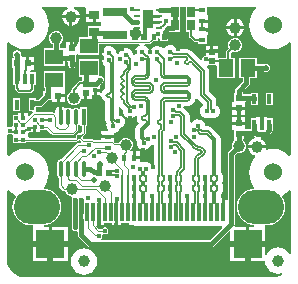
<source format=gtl>
G04*
G04 #@! TF.GenerationSoftware,Altium Limited,Altium Designer,23.8.1 (32)*
G04*
G04 Layer_Physical_Order=1*
G04 Layer_Color=255*
%FSLAX44Y44*%
%MOMM*%
G71*
G04*
G04 #@! TF.SameCoordinates,2B8CACFB-8808-4C00-8352-55F1F9CD23E6*
G04*
G04*
G04 #@! TF.FilePolarity,Positive*
G04*
G01*
G75*
%ADD11C,0.2000*%
%ADD14R,0.3500X0.3500*%
%ADD15O,0.3500X1.4000*%
%ADD16R,0.3500X1.4000*%
%ADD17R,0.5200X0.5200*%
%ADD18R,0.5500X0.4500*%
%ADD19R,0.3500X0.3500*%
%ADD21R,0.5000X0.2800*%
%ADD22R,0.9000X1.6000*%
%ADD23R,0.7000X0.9000*%
%ADD24R,0.4500X0.5500*%
%ADD25R,2.0000X0.8000*%
%ADD26R,1.5000X1.3000*%
%ADD27R,1.3000X1.5000*%
G04:AMPARAMS|DCode=28|XSize=0.2mm|YSize=0.565mm|CornerRadius=0.05mm|HoleSize=0mm|Usage=FLASHONLY|Rotation=180.000|XOffset=0mm|YOffset=0mm|HoleType=Round|Shape=RoundedRectangle|*
%AMROUNDEDRECTD28*
21,1,0.2000,0.4650,0,0,180.0*
21,1,0.1000,0.5650,0,0,180.0*
1,1,0.1000,-0.0500,0.2325*
1,1,0.1000,0.0500,0.2325*
1,1,0.1000,0.0500,-0.2325*
1,1,0.1000,-0.0500,-0.2325*
%
%ADD28ROUNDEDRECTD28*%
G04:AMPARAMS|DCode=29|XSize=0.4mm|YSize=0.565mm|CornerRadius=0.05mm|HoleSize=0mm|Usage=FLASHONLY|Rotation=180.000|XOffset=0mm|YOffset=0mm|HoleType=Round|Shape=RoundedRectangle|*
%AMROUNDEDRECTD29*
21,1,0.4000,0.4650,0,0,180.0*
21,1,0.3000,0.5650,0,0,180.0*
1,1,0.1000,-0.1500,0.2325*
1,1,0.1000,0.1500,0.2325*
1,1,0.1000,0.1500,-0.2325*
1,1,0.1000,-0.1500,-0.2325*
%
%ADD29ROUNDEDRECTD29*%
%ADD30R,0.6200X0.6200*%
%ADD31R,0.6200X0.6200*%
%ADD32R,0.9000X0.7000*%
%ADD33R,0.5200X0.5200*%
%ADD34R,0.3200X0.3600*%
%ADD35R,0.3000X1.6000*%
%ADD36R,2.4000X2.4000*%
%ADD37R,2.4000X2.4000*%
%ADD48C,1.0000*%
%ADD67C,0.1270*%
%ADD68R,0.4000X0.9000*%
%ADD69C,0.3810*%
%ADD70C,0.1020*%
%ADD71C,0.1016*%
%ADD72C,0.1524*%
%ADD73C,0.2540*%
%ADD74C,0.5000*%
%ADD75C,0.3800*%
%ADD76O,3.9000X2.9000*%
%ADD77C,1.5240*%
%ADD78C,0.4100*%
%ADD79C,0.5000*%
%ADD80C,0.4064*%
G36*
X-53540Y139540D02*
Y134770D01*
X-46500D01*
Y133500D01*
X-45230D01*
Y127460D01*
X-41000D01*
Y124000D01*
X-52000D01*
Y115000D01*
X-53270Y115000D01*
X-59500D01*
Y111554D01*
X-60360Y110640D01*
X-60770Y110640D01*
X-64230D01*
Y105500D01*
X-66770D01*
Y110640D01*
X-70640D01*
Y106380D01*
X-71510Y105470D01*
X-75462D01*
Y108733D01*
X-75025Y108913D01*
X-73337Y110601D01*
X-72424Y112807D01*
Y115194D01*
X-73337Y117399D01*
X-75025Y119087D01*
X-77230Y120000D01*
X-79617D01*
X-81822Y119087D01*
X-83510Y117399D01*
X-84424Y115194D01*
Y112807D01*
X-83510Y110601D01*
X-81822Y108913D01*
X-81385Y108733D01*
Y105470D01*
X-88510D01*
Y90470D01*
X-71510D01*
Y94538D01*
X-69100D01*
Y93900D01*
X-68462D01*
Y92336D01*
X-68550Y92123D01*
Y90910D01*
X-68086Y89789D01*
X-67228Y88931D01*
X-66107Y88467D01*
X-64893D01*
X-63772Y88931D01*
X-62914Y89789D01*
X-62450Y90910D01*
Y92123D01*
X-62538Y92336D01*
Y93900D01*
X-61900D01*
Y99462D01*
X-61002Y100360D01*
X-60621Y100360D01*
X-59500Y100000D01*
X-59239Y100000D01*
X-42500D01*
Y108866D01*
X-8250D01*
X-7997Y107596D01*
X-9319Y107048D01*
X-10968Y105399D01*
X-11860Y103246D01*
Y100914D01*
X-11801Y100772D01*
X-12878Y100053D01*
X-13746Y100921D01*
X-14532Y102819D01*
X-16181Y104468D01*
X-18334Y105360D01*
X-20666D01*
X-22819Y104468D01*
X-24468Y102819D01*
X-25278Y100864D01*
X-25986Y100634D01*
X-26630Y100601D01*
X-27087Y101285D01*
X-27087Y101285D01*
X-28140Y102338D01*
Y102798D01*
X-29032Y104952D01*
X-30681Y106600D01*
X-32834Y107492D01*
X-35166D01*
X-37319Y106600D01*
X-38968Y104952D01*
X-39860Y102798D01*
Y100467D01*
X-39084Y98593D01*
X-39860Y96718D01*
Y94387D01*
X-38968Y92233D01*
X-37319Y90585D01*
X-37110Y90498D01*
Y75223D01*
Y71096D01*
X-38874Y69917D01*
X-40137Y68027D01*
X-40290Y67255D01*
X-41560Y67380D01*
Y68730D01*
X-44430D01*
Y65660D01*
X-41804D01*
X-41560Y65660D01*
X-40468Y65231D01*
X-40137Y63567D01*
X-38874Y61677D01*
X-37110Y60498D01*
Y44355D01*
X-36765Y42621D01*
X-35873Y41285D01*
X-35966Y41059D01*
Y38728D01*
X-35074Y36574D01*
X-34893Y36393D01*
X-35379Y35220D01*
X-40364D01*
Y31700D01*
X-29784D01*
Y34034D01*
X-28941D01*
X-26787Y34926D01*
X-25138Y36574D01*
X-24565Y37959D01*
X-23181Y38532D01*
X-21532Y40181D01*
X-20640Y42334D01*
Y44666D01*
X-21532Y46819D01*
X-23181Y48468D01*
X-25334Y49360D01*
X-25759D01*
Y55684D01*
X-24495Y56070D01*
X-24490Y56070D01*
X-21779Y53360D01*
X-21860Y53166D01*
Y50834D01*
X-20968Y48681D01*
X-19319Y47032D01*
X-17166Y46140D01*
X-14834D01*
X-12681Y47032D01*
X-11199Y48514D01*
X-10375Y48286D01*
X-9995Y48059D01*
X-10130Y47380D01*
X-10113D01*
Y45730D01*
X-10130D01*
X-9721Y43674D01*
X-8556Y41931D01*
X-8549Y41860D01*
X-10282Y40127D01*
X-11265Y38657D01*
X-11610Y36923D01*
Y29355D01*
X-11265Y27620D01*
X-10373Y26285D01*
X-10466Y26059D01*
Y23728D01*
X-9574Y21574D01*
X-7926Y19926D01*
X-5772Y19034D01*
X-3441D01*
X-1287Y19926D01*
X362Y21574D01*
X935Y22959D01*
X2319Y23532D01*
X3055Y24268D01*
X4325Y23742D01*
Y5655D01*
X3055Y5402D01*
X2468Y6819D01*
X819Y8468D01*
X-1334Y9360D01*
X-3666D01*
X-5050Y8787D01*
X-6434Y9360D01*
X-7778D01*
Y11490D01*
X-12568D01*
Y12760D01*
X-13838D01*
Y18050D01*
X-15171D01*
X-15697Y19320D01*
X-14517Y20500D01*
X-13604Y22705D01*
Y25092D01*
X-14517Y27297D01*
X-16205Y28985D01*
X-18410Y29899D01*
X-20797D01*
X-23002Y28985D01*
X-24690Y27297D01*
X-25371Y25653D01*
X-29107D01*
X-29784Y26330D01*
Y29160D01*
X-40364D01*
Y27564D01*
X-46313D01*
X-47183Y28434D01*
X-48338Y28913D01*
X-55035D01*
X-55903Y29780D01*
X-55864Y29873D01*
Y31087D01*
X-55903Y31180D01*
X-54181Y32901D01*
X-53702Y34057D01*
Y39400D01*
X-52587D01*
Y55400D01*
X-58087D01*
Y54099D01*
X-58707Y53898D01*
X-59357Y53888D01*
X-59854Y54633D01*
X-60764Y55240D01*
X-61837Y55454D01*
X-62910Y55240D01*
X-63819Y54633D01*
X-64427Y53723D01*
X-64439Y53662D01*
X-65734D01*
X-65746Y53723D01*
X-66354Y54633D01*
X-67264Y55240D01*
X-68337Y55454D01*
X-69410Y55240D01*
X-69738Y55021D01*
X-71253Y55167D01*
X-71424Y55265D01*
X-71744Y55743D01*
X-73163Y56691D01*
X-73567Y56771D01*
Y47400D01*
X-76107D01*
Y56771D01*
X-76511Y56691D01*
X-77930Y55743D01*
X-78878Y54324D01*
X-79211Y52650D01*
Y51580D01*
X-80481Y50858D01*
X-81069Y51102D01*
X-94965D01*
X-95780Y52034D01*
X-95780Y52372D01*
Y55889D01*
X-92287D01*
X-91153Y56115D01*
X-90192Y56757D01*
X-85615Y61334D01*
X-82344D01*
Y59794D01*
X-77973D01*
Y65434D01*
X-76704D01*
Y66704D01*
X-71063D01*
Y71074D01*
X-71063D01*
X-71510Y71470D01*
Y86470D01*
X-88510D01*
Y71470D01*
X-88052D01*
Y69534D01*
X-89803D01*
Y65523D01*
X-93513Y61813D01*
X-95780D01*
Y63034D01*
X-101780D01*
Y52034D01*
X-98676D01*
X-98424Y50764D01*
X-98764Y50623D01*
X-101273Y48114D01*
X-102446Y48600D01*
Y50630D01*
X-105466D01*
Y46340D01*
X-108006D01*
Y50630D01*
X-111026D01*
Y49089D01*
X-115486D01*
Y44360D01*
X-115486Y43590D01*
X-115486D01*
X-115486Y43089D01*
X-115486D01*
Y39553D01*
X-116756Y38705D01*
X-116897Y38763D01*
X-118110D01*
X-118826Y38467D01*
X-119887Y38990D01*
X-120096Y39211D01*
Y109854D01*
X-118826Y110409D01*
X-116193Y108248D01*
X-112710Y106387D01*
X-108931Y105240D01*
X-105000Y104853D01*
X-101069Y105240D01*
X-97290Y106387D01*
X-93807Y108248D01*
X-90754Y110754D01*
X-88248Y113807D01*
X-86387Y117290D01*
X-85240Y121069D01*
X-84853Y125000D01*
X-85240Y128931D01*
X-86387Y132710D01*
X-88248Y136193D01*
X-90663Y139136D01*
X-90532Y139867D01*
X-90339Y140406D01*
X-69007D01*
X-68840Y139136D01*
X-68950Y139106D01*
X-70670Y138113D01*
X-72073Y136710D01*
X-73066Y134990D01*
X-73506Y133350D01*
X-66040D01*
X-58574D01*
X-59014Y134990D01*
X-60006Y136710D01*
X-61410Y138113D01*
X-63130Y139106D01*
X-63240Y139136D01*
X-63073Y140406D01*
X-54451D01*
X-53540Y139540D01*
D02*
G37*
G36*
X90532Y139867D02*
X90663Y139136D01*
X88248Y136193D01*
X86387Y132710D01*
X85240Y128931D01*
X84853Y125000D01*
X85240Y121069D01*
X86387Y117290D01*
X88248Y113807D01*
X90754Y110754D01*
X93807Y108248D01*
X97290Y106387D01*
X101069Y105240D01*
X105000Y104853D01*
X108930Y105240D01*
X112710Y106387D01*
X116193Y108248D01*
X118826Y110409D01*
X120096Y109854D01*
X120096Y15145D01*
X118826Y14591D01*
X116193Y16752D01*
X112710Y18613D01*
X108930Y19760D01*
X105000Y20147D01*
X101069Y19760D01*
X99739Y19356D01*
X98695Y20367D01*
X98792Y20730D01*
X91327D01*
X83861D01*
X84301Y19090D01*
X85293Y17370D01*
X86697Y15967D01*
X88417Y14974D01*
X89475Y14690D01*
X89938Y13252D01*
X88248Y11193D01*
X86387Y7710D01*
X85240Y3930D01*
X84853Y0D01*
X85240Y-3930D01*
X86387Y-7710D01*
X88248Y-11193D01*
X89027Y-12141D01*
X88541Y-13315D01*
X86961Y-13470D01*
X84040Y-14357D01*
X81347Y-15796D01*
X78987Y-17733D01*
X77050Y-20093D01*
X75611Y-22786D01*
X74724Y-25707D01*
X74425Y-28746D01*
X74724Y-31785D01*
X75611Y-34706D01*
X77050Y-37399D01*
X78987Y-39759D01*
X81347Y-41696D01*
X84040Y-43135D01*
X86961Y-44022D01*
X88772Y-44200D01*
X88709Y-45470D01*
X84770D01*
Y-58740D01*
X98040D01*
Y-45470D01*
X98040D01*
X98332Y-44321D01*
X100000D01*
X103039Y-44022D01*
X105960Y-43135D01*
X108653Y-41696D01*
X111013Y-39759D01*
X112950Y-37399D01*
X114389Y-34706D01*
X115276Y-31785D01*
X115575Y-28746D01*
X115276Y-25707D01*
X114389Y-22786D01*
X112950Y-20093D01*
X112704Y-19793D01*
X113175Y-18365D01*
X116193Y-16752D01*
X118826Y-14591D01*
X120096Y-15145D01*
X120096Y-68108D01*
X119521Y-68379D01*
X118826Y-68455D01*
X117184Y-66316D01*
X114860Y-64532D01*
X112154Y-63411D01*
X109250Y-63029D01*
X106346Y-63411D01*
X103639Y-64532D01*
X101316Y-66316D01*
X99532Y-68639D01*
X99310Y-69177D01*
X98040Y-68924D01*
Y-61280D01*
X84770D01*
Y-74550D01*
X98040D01*
X98040Y-74550D01*
X98222Y-75712D01*
X98411Y-77154D01*
X99532Y-79861D01*
X101316Y-82184D01*
X103639Y-83968D01*
X106346Y-85089D01*
X109250Y-85471D01*
X112154Y-85089D01*
X112462Y-84961D01*
X113006Y-86110D01*
X110792Y-87294D01*
X107953Y-88155D01*
X106236Y-88324D01*
X105000Y-88406D01*
Y-88406D01*
X104999Y-88406D01*
X-104999D01*
X-105000Y-88406D01*
Y-88406D01*
X-106236Y-88324D01*
X-107953Y-88155D01*
X-110792Y-87294D01*
X-113409Y-85895D01*
X-115703Y-84013D01*
X-117585Y-81719D01*
X-118984Y-79102D01*
X-119845Y-76263D01*
X-120123Y-73445D01*
X-120096Y-73310D01*
Y-15146D01*
X-118826Y-14591D01*
X-116193Y-16752D01*
X-113175Y-18365D01*
X-112704Y-19793D01*
X-112950Y-20093D01*
X-114389Y-22786D01*
X-115276Y-25707D01*
X-115575Y-28746D01*
X-115276Y-31785D01*
X-114389Y-34706D01*
X-112950Y-37399D01*
X-111013Y-39759D01*
X-108653Y-41696D01*
X-105960Y-43135D01*
X-103039Y-44022D01*
X-100000Y-44321D01*
X-98332D01*
X-98040Y-45470D01*
X-98040Y-45591D01*
Y-58740D01*
X-84770D01*
Y-45470D01*
X-88709D01*
X-88771Y-44200D01*
X-86961Y-44022D01*
X-84040Y-43135D01*
X-81347Y-41696D01*
X-78987Y-39759D01*
X-77050Y-37399D01*
X-75611Y-34706D01*
X-74724Y-31785D01*
X-74425Y-28746D01*
X-74724Y-25707D01*
X-75611Y-22786D01*
X-77050Y-20093D01*
X-78987Y-17733D01*
X-81347Y-15796D01*
X-84040Y-14357D01*
X-86961Y-13470D01*
X-88541Y-13315D01*
X-89027Y-12141D01*
X-88248Y-11193D01*
X-86387Y-7710D01*
X-85240Y-3930D01*
X-84853Y0D01*
X-85240Y3930D01*
X-86387Y7710D01*
X-88248Y11193D01*
X-90754Y14246D01*
X-93807Y16752D01*
X-97290Y18613D01*
X-101069Y19760D01*
X-105000Y20147D01*
X-108931Y19760D01*
X-112710Y18613D01*
X-116193Y16752D01*
X-118826Y14591D01*
X-120096Y15146D01*
Y32216D01*
X-119887Y32436D01*
X-118826Y32960D01*
X-118110Y32663D01*
X-116897D01*
X-116579Y32795D01*
X-115985Y32448D01*
X-115309Y31458D01*
Y30958D01*
X-115309D01*
Y25458D01*
X-109809D01*
Y25458D01*
X-109279D01*
Y25458D01*
X-103779D01*
Y26338D01*
X-61469D01*
X-60313Y26816D01*
X-59647Y27482D01*
X-59521Y27430D01*
X-58307D01*
X-58214Y27469D01*
X-57366Y26621D01*
X-57892Y25351D01*
X-59769D01*
X-60923Y24873D01*
X-74423Y11372D01*
X-74837Y11454D01*
X-75910Y11240D01*
X-76819Y10633D01*
X-77427Y9723D01*
X-77641Y8650D01*
Y-1850D01*
X-77427Y-2923D01*
X-76819Y-3833D01*
X-76356Y-4142D01*
Y-10715D01*
X-75878Y-11869D01*
X-72699Y-15048D01*
X-71545Y-15526D01*
X-70934D01*
X-70202Y-17292D01*
X-68514Y-18980D01*
X-66309Y-19893D01*
X-65836D01*
X-65518Y-20337D01*
X-65179Y-21163D01*
X-65550Y-22060D01*
Y-23273D01*
X-65462Y-23486D01*
Y-45102D01*
X-65550Y-45315D01*
Y-46528D01*
X-65086Y-47649D01*
X-64228Y-48507D01*
X-63107Y-48972D01*
X-61893D01*
X-61665Y-48877D01*
X-61601Y-48879D01*
X-61534Y-48890D01*
X-61020Y-49127D01*
X-60406Y-49730D01*
Y-52555D01*
X-60181Y-53689D01*
X-59539Y-54650D01*
X-52094Y-62094D01*
X-51133Y-62737D01*
X-50000Y-62962D01*
X52750D01*
X53884Y-62737D01*
X54844Y-62094D01*
X67787Y-49152D01*
X68960Y-49638D01*
Y-58740D01*
X82230D01*
Y-45470D01*
X73038D01*
X72483Y-44718D01*
X72273Y-44200D01*
X72462Y-43250D01*
Y14775D01*
X74409Y16722D01*
X74757Y16579D01*
X77144D01*
X79349Y17492D01*
X81037Y19180D01*
X81950Y21385D01*
Y23772D01*
X81037Y25977D01*
X79534Y27480D01*
X79714Y28355D01*
X79923Y28750D01*
X80050D01*
Y31083D01*
X87813D01*
X88675Y31255D01*
X89532Y30486D01*
X89292Y29261D01*
X88417Y29026D01*
X86697Y28033D01*
X85293Y26630D01*
X84301Y24910D01*
X83861Y23270D01*
X91327D01*
X98793D01*
X98353Y24910D01*
X97360Y26630D01*
X95956Y28033D01*
X94520Y28863D01*
X94819Y30133D01*
X98703D01*
X99837Y30359D01*
X100798Y31001D01*
X103999Y34202D01*
X104532Y35000D01*
X105000D01*
Y46000D01*
X100040D01*
Y47540D01*
X96770D01*
Y40500D01*
X94230D01*
Y47540D01*
X90960D01*
Y46000D01*
X86000D01*
Y37007D01*
X81590D01*
Y40580D01*
X70310D01*
Y36210D01*
X71850D01*
Y28750D01*
X71977D01*
X72186Y28355D01*
X72366Y27480D01*
X70863Y25977D01*
X69950Y23772D01*
Y21385D01*
X70168Y20859D01*
X67406Y18096D01*
X66764Y17135D01*
X66538Y16002D01*
Y-22970D01*
X62810D01*
Y-21700D01*
X60675D01*
Y-18721D01*
X61107Y-18432D01*
X62060Y-17007D01*
X62394Y-15325D01*
Y-10675D01*
X62060Y-8993D01*
X61947Y-8825D01*
X62060Y-8657D01*
X62394Y-6975D01*
Y-2325D01*
X62060Y-643D01*
X61107Y782D01*
X60675Y1071D01*
Y28857D01*
X60675Y28857D01*
X60330Y30591D01*
X59348Y32062D01*
X59348Y32062D01*
X53205Y38205D01*
X51734Y39187D01*
X50000Y39532D01*
X47360D01*
Y41166D01*
X46468Y43319D01*
X44819Y44968D01*
X42666Y45860D01*
X40334D01*
X38181Y44968D01*
X36532Y43319D01*
X36318Y42802D01*
X35560Y42562D01*
X34318Y43458D01*
Y48130D01*
X34318Y48130D01*
X33973Y49864D01*
X32991Y51335D01*
X29528Y54798D01*
X28937Y55192D01*
X29323Y56462D01*
X31810D01*
X32111Y56522D01*
X33832Y56748D01*
X35717Y57529D01*
X37335Y58771D01*
X38577Y60389D01*
X39357Y62273D01*
X39418Y62733D01*
X40739Y63041D01*
X40795Y62957D01*
X45531Y58222D01*
X45581Y56968D01*
X43932Y55319D01*
X43040Y53166D01*
Y50834D01*
X43932Y48681D01*
X45581Y47032D01*
X47734Y46140D01*
X50066D01*
X51450Y46713D01*
X52834Y46140D01*
X55166D01*
X57319Y47032D01*
X58968Y48681D01*
X59860Y50834D01*
Y53166D01*
X58968Y55319D01*
X57319Y56968D01*
X57125Y57048D01*
Y60802D01*
X56780Y62536D01*
X55798Y64007D01*
X50818Y68986D01*
Y86447D01*
X50473Y88181D01*
X49491Y89652D01*
X49491Y89652D01*
X50038Y90900D01*
X56600D01*
X57500Y90007D01*
Y80500D01*
X72500D01*
Y97500D01*
X69039D01*
Y101155D01*
X70447Y102563D01*
X71807Y102000D01*
X74194D01*
X76399Y102914D01*
X78087Y104601D01*
X79000Y106806D01*
Y109193D01*
X78087Y111399D01*
X76399Y113087D01*
X74194Y114000D01*
X71807D01*
X69601Y113087D01*
X67913Y111399D01*
X67000Y109193D01*
Y106806D01*
X67563Y105447D01*
X65558Y103442D01*
X65116Y102780D01*
X64961Y102000D01*
Y97500D01*
X58140D01*
Y101230D01*
X47860D01*
Y99050D01*
X47393D01*
X46272Y98586D01*
X45414Y97728D01*
X44950Y96607D01*
Y95988D01*
X43680Y95462D01*
X35754Y103388D01*
X34284Y104370D01*
X32550Y104715D01*
X23251D01*
X22968Y105399D01*
X21319Y107048D01*
X19166Y107940D01*
X16834D01*
X14681Y107048D01*
X13032Y105399D01*
X13032Y105399D01*
X11663Y105413D01*
X10174Y106902D01*
X8020Y107794D01*
X5689D01*
X3535Y106902D01*
X1886Y105254D01*
X1159Y103498D01*
X994Y103410D01*
X-346Y103743D01*
X-1032Y105399D01*
X-2681Y107048D01*
X-4003Y107596D01*
X-3750Y108866D01*
X-0D01*
X1156Y109344D01*
X3061Y111250D01*
X7250D01*
Y113893D01*
X8198Y114093D01*
X8307D01*
X8419Y114139D01*
X8494Y114155D01*
X9750Y113316D01*
Y111250D01*
X16250D01*
Y115059D01*
X16307Y115345D01*
Y118115D01*
X17635Y119443D01*
X20405D01*
X20691Y119500D01*
X26500D01*
Y129230D01*
X26500Y130500D01*
X26500D01*
Y130500D01*
X26500D01*
Y140406D01*
X31500D01*
Y131770D01*
X31500Y130500D01*
X31500D01*
Y130500D01*
X31500D01*
Y119500D01*
X33961D01*
Y116000D01*
X34116Y115220D01*
X34558Y114558D01*
X37808Y111308D01*
X37808Y111308D01*
X38470Y110866D01*
X39250Y110711D01*
X41250D01*
Y109250D01*
X48750D01*
Y115750D01*
X49498Y116710D01*
X50290D01*
Y120230D01*
X45000D01*
Y122770D01*
X50290D01*
Y123710D01*
Y127230D01*
X45000D01*
Y129770D01*
X50290D01*
Y133290D01*
X49498D01*
X48750Y134250D01*
Y140406D01*
X90339D01*
X90532Y139867D01*
D02*
G37*
G36*
X-58707Y40902D02*
X-58087Y40700D01*
Y39400D01*
X-56971D01*
Y34734D01*
X-58214Y33491D01*
X-58307Y33530D01*
X-59521D01*
X-60642Y33066D01*
X-61500Y32208D01*
X-61964Y31087D01*
Y29873D01*
X-63137Y29606D01*
X-101097D01*
X-102239Y29918D01*
Y34041D01*
X-101076Y34300D01*
Y34300D01*
X-98056D01*
Y38590D01*
X-95516D01*
Y34300D01*
X-92496D01*
Y35840D01*
X-87686D01*
Y36046D01*
X-86416Y36572D01*
X-82740Y32896D01*
X-81584Y32418D01*
X-64418D01*
X-63262Y32896D01*
X-60681Y35477D01*
X-60202Y36633D01*
Y39935D01*
X-59854Y40167D01*
X-59357Y40912D01*
X-58707Y40902D01*
D02*
G37*
G36*
X-41230Y-44050D02*
X-38460D01*
Y-42510D01*
X-31540D01*
Y-44050D01*
X-28770D01*
Y-33510D01*
X-26230D01*
Y-44050D01*
X-23460D01*
Y-42510D01*
X-16540D01*
Y-44050D01*
X-12810D01*
Y-45320D01*
X61445D01*
X61971Y-46590D01*
X51523Y-57038D01*
X-40006D01*
X-40455Y-55768D01*
X-39914Y-55228D01*
X-39450Y-54107D01*
Y-52893D01*
X-39468Y-52851D01*
X-38496Y-51879D01*
X-38107Y-52040D01*
X-36893D01*
X-35772Y-51576D01*
X-34914Y-50718D01*
X-34450Y-49597D01*
Y-48383D01*
X-34914Y-47262D01*
X-35772Y-46404D01*
X-36893Y-45940D01*
X-38107D01*
X-39228Y-46404D01*
X-40086Y-47262D01*
X-40125Y-47358D01*
X-42334D01*
X-44468Y-45223D01*
X-43982Y-44050D01*
X-43770D01*
Y-33510D01*
X-41230D01*
Y-44050D01*
D02*
G37*
%LPC*%
G36*
X-47770Y132230D02*
X-53540D01*
Y127460D01*
X-47770D01*
Y132230D01*
D02*
G37*
G36*
X-58574Y130810D02*
X-64770D01*
Y124614D01*
X-63130Y125054D01*
X-61410Y126046D01*
X-60006Y127450D01*
X-59014Y129170D01*
X-58574Y130810D01*
D02*
G37*
G36*
X-67310D02*
X-73506D01*
X-73066Y129170D01*
X-72073Y127450D01*
X-70670Y126046D01*
X-68950Y125054D01*
X-67310Y124614D01*
Y130810D01*
D02*
G37*
G36*
X-97100Y98350D02*
X-101470D01*
Y93980D01*
X-97100D01*
Y98350D01*
D02*
G37*
G36*
X-42500Y96000D02*
X-59500D01*
Y81000D01*
X-56462D01*
Y79100D01*
X-57100D01*
Y78039D01*
X-58000D01*
X-58780Y77884D01*
X-59442Y77442D01*
X-65022Y71862D01*
X-65464Y71200D01*
X-65619Y70420D01*
Y68742D01*
X-66979Y68179D01*
X-68667Y66491D01*
X-69580Y64286D01*
Y61899D01*
X-68667Y59693D01*
X-66979Y58006D01*
X-64774Y57092D01*
X-62386D01*
X-60181Y58006D01*
X-58493Y59693D01*
X-57580Y61899D01*
Y62360D01*
X-54770D01*
Y67500D01*
X-52230D01*
Y62360D01*
X-48360D01*
Y65660D01*
X-46970D01*
Y70000D01*
X-45700D01*
Y71270D01*
X-41560D01*
Y74340D01*
X-41560Y74340D01*
X-41560D01*
X-41010Y75379D01*
X-40119Y76271D01*
X-39772Y76414D01*
X-38914Y77272D01*
X-38450Y78393D01*
Y79607D01*
X-38914Y80728D01*
X-39772Y81586D01*
X-40893Y82050D01*
X-42107D01*
X-42500Y82313D01*
Y96000D01*
D02*
G37*
G36*
X-111044Y103651D02*
X-112436D01*
X-113723Y103119D01*
X-114707Y102134D01*
X-115240Y100848D01*
Y99455D01*
X-114707Y98169D01*
X-114702Y98164D01*
Y96810D01*
X-115840D01*
Y88610D01*
X-114722D01*
Y85034D01*
X-114780D01*
Y74034D01*
X-113576D01*
Y71534D01*
X-113440Y70847D01*
X-113050Y70264D01*
X-111050Y68264D01*
X-110468Y67874D01*
X-109780Y67738D01*
X-100611D01*
X-99924Y67874D01*
X-99341Y68264D01*
X-97510Y70095D01*
X-97120Y70678D01*
X-96983Y71365D01*
Y74034D01*
X-95780D01*
Y85034D01*
X-100740D01*
Y86574D01*
X-99675Y87070D01*
X-97100D01*
Y91440D01*
X-102740D01*
Y92710D01*
X-104010D01*
Y98350D01*
X-107323D01*
X-108240Y99455D01*
X-108240Y99562D01*
Y100848D01*
X-108773Y102134D01*
X-109757Y103119D01*
X-111044Y103651D01*
D02*
G37*
G36*
X-71063Y64164D02*
X-75434D01*
Y59794D01*
X-71063D01*
Y64164D01*
D02*
G37*
G36*
X-108780Y63034D02*
X-114780D01*
Y52034D01*
X-108780D01*
Y63034D01*
D02*
G37*
G36*
X-7778Y18050D02*
X-11298D01*
Y14030D01*
X-7778D01*
Y18050D01*
D02*
G37*
G36*
X74270Y130466D02*
Y124270D01*
X80466D01*
X80026Y125910D01*
X79033Y127630D01*
X77630Y129033D01*
X75910Y130026D01*
X74270Y130466D01*
D02*
G37*
G36*
X71730Y130466D02*
X70090Y130026D01*
X68370Y129033D01*
X66967Y127630D01*
X65974Y125910D01*
X65534Y124270D01*
X71730D01*
Y130466D01*
D02*
G37*
G36*
X80466Y121730D02*
X74270D01*
Y115534D01*
X75910Y115974D01*
X77630Y116966D01*
X79033Y118370D01*
X80026Y120090D01*
X80466Y121730D01*
D02*
G37*
G36*
X71730D02*
X65534D01*
X65974Y120090D01*
X66967Y118370D01*
X68370Y116966D01*
X70090Y115974D01*
X71730Y115534D01*
Y121730D01*
D02*
G37*
G36*
X58140Y107640D02*
X54270D01*
Y103770D01*
X58140D01*
Y107640D01*
D02*
G37*
G36*
X51730D02*
X47860D01*
Y103770D01*
X51730D01*
Y107640D01*
D02*
G37*
G36*
X91500Y97500D02*
X76500D01*
Y80500D01*
X79538D01*
Y77227D01*
X73806Y71494D01*
X73164Y70533D01*
X72938Y69400D01*
Y67675D01*
X71800D01*
Y60215D01*
X70260D01*
Y55845D01*
X75900D01*
X81540D01*
Y60215D01*
X82645Y60613D01*
X86000D01*
Y57000D01*
X92000D01*
Y68000D01*
X86000D01*
Y66537D01*
X80319D01*
X80000Y67675D01*
D01*
X79634Y68945D01*
X84594Y73906D01*
X85237Y74866D01*
X85462Y76000D01*
Y80500D01*
X91500D01*
Y85938D01*
X97072D01*
X97077Y85933D01*
X98364Y85400D01*
X99756D01*
X101043Y85933D01*
X102027Y86917D01*
X102560Y88204D01*
Y89596D01*
X102027Y90883D01*
X101043Y91867D01*
X99756Y92400D01*
X98364D01*
X97077Y91867D01*
X97072Y91862D01*
X91500D01*
Y97500D01*
D02*
G37*
G36*
X105000Y68000D02*
X99000D01*
Y57000D01*
X105000D01*
Y68000D01*
D02*
G37*
G36*
X81540Y53305D02*
X77170D01*
Y48935D01*
X81540D01*
Y53305D01*
D02*
G37*
G36*
X74630D02*
X70260D01*
Y48935D01*
X74630D01*
Y53305D01*
D02*
G37*
G36*
X81590Y47490D02*
X77220D01*
Y43120D01*
X81590D01*
Y47490D01*
D02*
G37*
G36*
X74680D02*
X70310D01*
Y43120D01*
X74680D01*
Y47490D01*
D02*
G37*
G36*
X-68960Y-45470D02*
X-82230D01*
Y-58740D01*
X-68960D01*
Y-45470D01*
D02*
G37*
G36*
X82230Y-61280D02*
X68960D01*
Y-74550D01*
X82230D01*
Y-61280D01*
D02*
G37*
G36*
X-68960Y-61280D02*
X-82230D01*
Y-74550D01*
X-68960D01*
Y-61280D01*
D02*
G37*
G36*
X-84770D02*
X-98040D01*
Y-74550D01*
X-84770D01*
Y-61280D01*
D02*
G37*
G36*
X-55000Y-63779D02*
X-57904Y-64161D01*
X-60610Y-65282D01*
X-62934Y-67066D01*
X-64718Y-69390D01*
X-65839Y-72096D01*
X-66221Y-75000D01*
X-65839Y-77904D01*
X-64718Y-80611D01*
X-62934Y-82934D01*
X-60610Y-84718D01*
X-57904Y-85839D01*
X-55000Y-86221D01*
X-52096Y-85839D01*
X-49390Y-84718D01*
X-47066Y-82934D01*
X-45282Y-80611D01*
X-44161Y-77904D01*
X-43779Y-75000D01*
X-44161Y-72096D01*
X-45282Y-69390D01*
X-47066Y-67066D01*
X-49390Y-65282D01*
X-52096Y-64161D01*
X-55000Y-63779D01*
D02*
G37*
%LPD*%
D11*
X-32714Y1386D02*
X-27879D01*
X-34100Y0D02*
X-32714Y1386D01*
X-27879D02*
X-27478Y1788D01*
X-32500Y-1600D02*
X-29326D01*
X-28046Y-2880D02*
X-27478D01*
X-34100Y0D02*
X-32500Y-1600D01*
X-29326D02*
X-28046Y-2880D01*
X-104396Y91053D02*
X-102740Y92710D01*
X-105280Y86236D02*
X-104396Y87120D01*
Y91053D01*
X-105280Y79534D02*
Y86236D01*
X-22500Y-13000D02*
Y-6475D01*
X-63580Y61899D02*
Y70420D01*
X-58000Y76000D01*
X-22500Y-33510D02*
Y-13000D01*
X-97536Y37840D02*
X-96786Y38590D01*
X-99898Y37840D02*
X-97536D01*
X-100898Y36840D02*
X-99898Y37840D01*
X-101466Y36840D02*
X-100898D01*
X-106529Y34208D02*
X-104298Y36438D01*
X-101868D01*
X-101466Y36840D01*
X-11250Y119500D02*
X-9500D01*
X-12000D02*
X-11250D01*
Y122600D01*
Y115750D02*
Y119500D01*
X-12000Y115000D02*
X-11250Y115750D01*
X-10850Y123000D02*
X-10500D01*
X-11250Y122600D02*
X-10850Y123000D01*
X11200Y124600D02*
X11828D01*
X13648Y126420D02*
Y128098D01*
X8500Y123000D02*
X9600D01*
X11200Y124600D01*
X11828D02*
X13648Y126420D01*
Y128098D02*
X14050Y128500D01*
X-3000Y123500D02*
X-1000Y125500D01*
X51400Y95598D02*
X53000Y93998D01*
X48000Y96000D02*
X48402Y95598D01*
X53000Y93500D02*
Y93998D01*
X48402Y95598D02*
X51400D01*
X65000Y89000D02*
X67000Y91000D01*
Y102000D02*
X73000Y108000D01*
X67000Y91000D02*
Y102000D01*
X-58000Y76000D02*
X-54000D01*
X-53500Y75500D01*
X45000Y121500D02*
Y128500D01*
X36000Y116000D02*
Y125000D01*
X39250Y112750D02*
X44750D01*
X36000Y116000D02*
X39250Y112750D01*
X44750D02*
X45000Y112500D01*
X36000Y136000D02*
X37500Y137500D01*
X45000D01*
X-22500Y-6475D02*
Y-4716D01*
X-9250Y119750D02*
Y121500D01*
X-9500Y119500D02*
X-9250Y119750D01*
X-14275Y119500D02*
X-12000D01*
X60000Y83500D02*
Y94000D01*
X53000Y94500D02*
X59500D01*
X60000Y94000D01*
X-22500Y-6475D02*
X-22500Y-6475D01*
X-17500Y-13000D02*
Y-4650D01*
Y-14825D02*
X-17500Y-14825D01*
Y-33510D02*
Y-14825D01*
X-17500Y-14825D02*
Y-13000D01*
D14*
X-90436Y44590D02*
D03*
Y38590D02*
D03*
X-96786Y44590D02*
D03*
Y38590D02*
D03*
X-112559Y34208D02*
D03*
Y28208D02*
D03*
X-106529D02*
D03*
Y34208D02*
D03*
D15*
X-74837Y3400D02*
D03*
X-68337Y3400D02*
D03*
X-55337D02*
D03*
X-61837Y3400D02*
D03*
X-74837Y47400D02*
D03*
X-68337D02*
D03*
X-61837D02*
D03*
D16*
X-55337D02*
D03*
D17*
X-42100Y0D02*
D03*
X-34100D02*
D03*
X-4000Y115000D02*
D03*
X-12000D02*
D03*
D18*
X-35074Y21430D02*
D03*
Y30430D02*
D03*
X45000Y112500D02*
D03*
Y121500D02*
D03*
Y137500D02*
D03*
Y128500D02*
D03*
D19*
X-106736Y46340D02*
D03*
X-112736D02*
D03*
X-106736Y40340D02*
D03*
X-112736D02*
D03*
D21*
X-10500Y138000D02*
D03*
Y133000D02*
D03*
Y128000D02*
D03*
Y123000D02*
D03*
X8500Y138000D02*
D03*
Y133000D02*
D03*
Y128000D02*
D03*
Y123000D02*
D03*
D22*
X-1000Y130500D02*
D03*
D23*
X36000Y136000D02*
D03*
X22000D02*
D03*
X36000Y125000D02*
D03*
X22000D02*
D03*
D24*
X-21568Y12760D02*
D03*
X-12568D02*
D03*
X4000Y115000D02*
D03*
X13000D02*
D03*
D25*
X-28500Y116500D02*
D03*
Y136500D02*
D03*
D26*
X-80010Y78970D02*
D03*
Y97970D02*
D03*
X-51000Y107500D02*
D03*
Y88500D02*
D03*
D27*
X84000Y89000D02*
D03*
X65000D02*
D03*
D28*
X-2500Y-13000D02*
D03*
X-7500D02*
D03*
X-17500D02*
D03*
X-22500D02*
D03*
Y-4650D02*
D03*
X-17500D02*
D03*
X-7500D02*
D03*
X-2500D02*
D03*
X27500Y-13000D02*
D03*
X22500D02*
D03*
X12500D02*
D03*
X7500D02*
D03*
Y-4650D02*
D03*
X12500D02*
D03*
X22500D02*
D03*
X27500D02*
D03*
X57500Y-13000D02*
D03*
X52500D02*
D03*
X42500D02*
D03*
X37500D02*
D03*
Y-4650D02*
D03*
X42500D02*
D03*
X52500D02*
D03*
X57500D02*
D03*
D29*
X-12500Y-13000D02*
D03*
Y-4650D02*
D03*
X17500Y-13000D02*
D03*
Y-4650D02*
D03*
X47500Y-13000D02*
D03*
Y-4650D02*
D03*
D30*
X-76704Y65434D02*
D03*
X-85703D02*
D03*
X-102740Y92710D02*
D03*
X-111740D02*
D03*
D31*
X75900Y54575D02*
D03*
Y63575D02*
D03*
X75950Y41850D02*
D03*
Y32850D02*
D03*
D32*
X-46500Y119500D02*
D03*
Y133500D02*
D03*
D33*
X-65500Y105500D02*
D03*
Y97500D02*
D03*
X53000Y102500D02*
D03*
Y94500D02*
D03*
X-53500Y67500D02*
D03*
Y75500D02*
D03*
D34*
X-45700Y75600D02*
D03*
Y70000D02*
D03*
D35*
X-52500Y-33510D02*
D03*
X-7500D02*
D03*
X-2500D02*
D03*
X7500D02*
D03*
X12500D02*
D03*
X-17500D02*
D03*
X37500D02*
D03*
X42500D02*
D03*
X52500D02*
D03*
X57500D02*
D03*
X22500D02*
D03*
X27500D02*
D03*
X2500D02*
D03*
X62500D02*
D03*
X47500D02*
D03*
X-62500D02*
D03*
X-57500D02*
D03*
X-47500D02*
D03*
X-42500D02*
D03*
X-37500D02*
D03*
X-32500D02*
D03*
X-27500D02*
D03*
X-22500D02*
D03*
X-12500D02*
D03*
X17500D02*
D03*
X32500D02*
D03*
D36*
X83500Y-60010D02*
D03*
D37*
X-83500D02*
D03*
D48*
X75950Y22578D02*
D03*
X91327Y22000D02*
D03*
X-43180Y57150D02*
D03*
X-66040Y132080D02*
D03*
X73000Y123000D02*
D03*
X-78424Y114000D02*
D03*
X73000Y108000D02*
D03*
X-63580Y63092D02*
D03*
X-19604Y23899D02*
D03*
X-31500Y12392D02*
D03*
X-36830Y-11430D02*
D03*
X-65116Y-13894D02*
D03*
X109250Y-74250D02*
D03*
X-55000Y-75000D02*
D03*
D67*
X-3315Y79798D02*
X-800Y80839D01*
X241Y83354D01*
X-11368Y79798D02*
X-12320Y78846D01*
Y76942D02*
X-11368Y75990D01*
X3400Y72752D02*
X2452Y75041D01*
X162Y75990D01*
Y67610D02*
X2452Y68558D01*
X3400Y70848D01*
X-11368Y67610D02*
X-12320Y66658D01*
Y64754D02*
X-11368Y63802D01*
X241Y60246D02*
X-800Y62760D01*
X-3315Y63802D01*
Y82084D02*
X-2045Y83354D01*
X-11368Y82084D02*
X-13658Y81135D01*
X-14606Y78846D01*
Y76942D02*
X-13658Y74652D01*
X-11368Y73704D01*
X1114Y72752D02*
X162Y73704D01*
Y69896D02*
X1114Y70848D01*
X-11368Y69896D02*
X-13658Y68947D01*
X-14606Y66658D01*
Y64754D02*
X-13658Y62464D01*
X-11368Y61516D01*
X-2045Y60246D02*
X-3315Y61516D01*
X13770Y63280D02*
X11256Y62238D01*
X10214Y59724D01*
X31810Y63280D02*
X32826Y64296D01*
Y66326D02*
X31810Y67342D01*
X10021Y70644D02*
X10988Y68309D01*
X13322Y67342D01*
Y75976D02*
X10988Y75009D01*
X10021Y72674D01*
X31810Y75976D02*
X32826Y76992D01*
Y79022D02*
X31810Y80038D01*
X10214Y83594D02*
X11256Y81080D01*
X13770Y80038D01*
Y60994D02*
X12500Y59724D01*
X31810Y60994D02*
X34144Y61961D01*
X35111Y64296D01*
Y66326D02*
X34144Y68661D01*
X31810Y69628D01*
X12307Y70644D02*
X13322Y69628D01*
Y73690D02*
X12307Y72674D01*
X31810Y73690D02*
X34144Y74657D01*
X35111Y76992D01*
Y79022D02*
X34144Y81357D01*
X31810Y82324D01*
X12500Y83594D02*
X13770Y82324D01*
X36056Y93444D02*
X34260D01*
X31879Y92230D02*
X33045Y92230D01*
X30712Y94564D02*
Y93397D01*
X31926Y95778D02*
X31926Y97574D01*
X-22556Y82342D02*
X-21286Y83612D01*
X-22758Y82342D02*
X-24015Y81084D01*
Y80805D02*
X-22758Y79548D01*
X-21286Y78291D02*
X-22543Y79548D01*
Y76754D02*
X-21286Y78011D01*
X-22758Y76754D02*
X-24015Y75497D01*
Y75217D02*
X-22758Y73960D01*
X-21286Y72702D02*
X-22543Y73960D01*
Y71166D02*
X-21286Y72423D01*
X-22758Y71166D02*
X-24015Y69908D01*
Y69629D02*
X-22758Y68372D01*
X-21286Y67115D02*
X-22543Y68372D01*
Y65578D02*
X-21286Y66835D01*
X-22758Y65578D02*
X-24015Y64321D01*
Y64041D02*
X-22758Y62784D01*
X-21286Y61514D02*
X-22556Y62784D01*
X43048Y15745D02*
X40953Y15183D01*
X39418Y13649D01*
X38857Y11554D01*
X43048Y15745D02*
X44953Y17650D01*
Y17650D02*
X43048Y19555D01*
X37854Y21413D02*
X39913Y20038D01*
X42341Y19555D01*
X37854Y21413D02*
X37854Y21413D01*
X37850Y21417D02*
X37854Y21413D01*
X43048Y13459D02*
X41143Y11554D01*
X43048Y13459D02*
X45143Y14020D01*
X46677Y15554D01*
X47239Y17650D01*
Y17650D02*
X46677Y19745D01*
X45143Y21279D01*
X43048Y21841D01*
X39471Y23029D02*
X42341Y21841D01*
X39471Y23029D02*
X39466Y23034D01*
X-33847Y67067D02*
X-32578Y68337D01*
X-34753Y67067D02*
X-36023Y65797D01*
X-34753Y64527D01*
X-32578Y63257D02*
X-33847Y64527D01*
X8944Y44705D02*
X10214Y45975D01*
X8477Y44705D02*
X7652Y43880D01*
Y42230D02*
X8477Y41405D01*
X10214Y40135D02*
X8944Y41405D01*
X-3315Y48205D02*
X-2045Y49475D01*
X-4756Y48205D02*
X-5581Y47380D01*
Y45730D02*
X-4756Y44905D01*
X-2045Y43635D02*
X-3315Y44905D01*
X241Y83354D02*
Y96005D01*
X-11368Y79798D02*
X-3315D01*
X-12320Y76942D02*
Y78846D01*
X-11368Y75990D02*
X162D01*
X3400Y70848D02*
Y72752D01*
X-11368Y67610D02*
X162D01*
X-12320Y64754D02*
Y66658D01*
X-11368Y63802D02*
X-3315D01*
X241Y58467D02*
Y60246D01*
X-2450Y96005D02*
X-2045Y95601D01*
Y83354D02*
Y95601D01*
X-11368Y82084D02*
X-3315D01*
X-14606Y76942D02*
Y78846D01*
X-11368Y73704D02*
X162D01*
X1114Y70848D02*
Y72752D01*
X-11368Y69896D02*
X162D01*
X-14606Y64754D02*
Y66658D01*
X-11368Y61516D02*
X-3315D01*
X-2045Y58467D02*
Y60246D01*
X10214Y53500D02*
Y59724D01*
X13770Y63280D02*
X31810D01*
X32826Y64296D02*
Y66326D01*
X13322Y67342D02*
X31810D01*
X10021Y70644D02*
Y72674D01*
X13322Y75976D02*
X31810D01*
X32826Y76992D02*
Y79022D01*
X13770Y80038D02*
X31810D01*
X10214Y83594D02*
Y85372D01*
X12500Y53500D02*
Y59724D01*
X13770Y60994D02*
X31810D01*
X35111Y64296D02*
Y66326D01*
X13322Y69628D02*
X31810D01*
X12307Y70644D02*
Y72674D01*
X13322Y73690D02*
X31810D01*
X35111Y76992D02*
Y79022D01*
X13770Y82324D02*
X31810D01*
X12500Y83594D02*
Y85372D01*
X37352Y92148D02*
X37801Y91699D01*
X36056Y93444D02*
X37352Y92148D01*
X36056Y93444D02*
X36056Y93444D01*
X33045Y92230D02*
X34260Y93444D01*
X30712Y93397D02*
X31879Y92230D01*
X30712Y94564D02*
X31926Y95778D01*
X31603Y97897D02*
X31926Y97574D01*
X27897Y97897D02*
X31603D01*
X37801Y91699D02*
X44000Y85500D01*
X20159Y97897D02*
X27897D01*
X20159Y100183D02*
X32550D01*
X44000Y66162D02*
Y85500D01*
X32550Y100183D02*
X46286Y86447D01*
Y67109D02*
Y86447D01*
X241Y41008D02*
Y58467D01*
X-2045Y52000D02*
Y58467D01*
X-21286Y85714D02*
X-20721Y86279D01*
X-21286Y83612D02*
Y85714D01*
X-22758Y82342D02*
X-22556D01*
X-24015Y80805D02*
Y81084D01*
X-22758Y79548D02*
X-22543D01*
X-21286Y78011D02*
Y78291D01*
X-22758Y76754D02*
X-22543D01*
X-24015Y75217D02*
Y75497D01*
X-22758Y73960D02*
X-22543D01*
X-21286Y72423D02*
Y72702D01*
X-22758Y71166D02*
X-22543D01*
X-24015Y69629D02*
Y69908D01*
X-22758Y68372D02*
X-22543D01*
X-21286Y66835D02*
Y67115D01*
X-22758Y65578D02*
X-22543D01*
X-24015Y64041D02*
Y64321D01*
X-22758Y62784D02*
X-22556D01*
X-21286Y60879D02*
Y61514D01*
X-20721Y86279D02*
X-17971Y89029D01*
X-21286Y59276D02*
Y60879D01*
X38857Y2457D02*
Y11554D01*
X43048Y15745D02*
X43048D01*
X44953Y17650D02*
Y17650D01*
X42341Y19555D02*
X43048D01*
X35267Y24000D02*
X37850Y21417D01*
X41143Y2457D02*
Y11554D01*
X43048Y13459D02*
X43048D01*
X47239Y17650D02*
Y17650D01*
X42341Y21841D02*
X43048D01*
X38500Y24000D02*
X39466Y23034D01*
X38500Y24000D02*
X38500Y24000D01*
X38857Y-1716D02*
Y2457D01*
X27500Y31767D02*
X35267Y24000D01*
X41143Y-1716D02*
Y2457D01*
X29786Y32714D02*
X38500Y24000D01*
X-32578Y75223D02*
Y93393D01*
Y68337D02*
Y75223D01*
X-34753Y67067D02*
X-33847D01*
X-34753Y64527D02*
X-33847D01*
X-32578Y62622D02*
Y63257D01*
Y44355D02*
Y62622D01*
X56143Y-1716D02*
Y28857D01*
X43553Y32714D02*
X49053D01*
X53857Y27910D01*
Y-1716D02*
Y27910D01*
X50000Y35000D02*
X56143Y28857D01*
X44500Y35000D02*
X50000D01*
X41500Y40000D02*
X42027Y39473D01*
X37894Y36394D02*
X38431Y35857D01*
X40410D01*
X42027Y37473D02*
X44500Y35000D01*
X42027Y37473D02*
Y39473D01*
X40410Y35857D02*
X43553Y32714D01*
X-19500Y92790D02*
X-17971Y91261D01*
Y89029D02*
Y91261D01*
X-19500Y92790D02*
Y93420D01*
X-19000Y84767D02*
X-15685Y88082D01*
X-34000Y94816D02*
Y95553D01*
X-33844Y101632D02*
X-30292Y98080D01*
Y45302D02*
Y98080D01*
X-34000Y94816D02*
X-32578Y93393D01*
X-15685Y88082D02*
Y96451D01*
X-18734Y99500D02*
X-15685Y96451D01*
X-19500Y99500D02*
X-18734D01*
X-12925Y56138D02*
X-12394Y55606D01*
X-14915Y56138D02*
X-12925D01*
X-19000Y60223D02*
Y84767D01*
Y60223D02*
X-14915Y56138D01*
X-34000Y101632D02*
X-33844D01*
X46286Y67109D02*
X52593Y60802D01*
X50307Y54159D02*
Y59855D01*
X44000Y66162D02*
X50307Y59855D01*
X52593Y54159D02*
Y60802D01*
X18000Y102580D02*
X18156D01*
X52593Y54159D02*
X54000Y52752D01*
Y52000D02*
Y52752D01*
X18000Y102080D02*
X18262D01*
X20159Y100183D01*
X-2500Y2734D02*
Y3500D01*
X-3857Y1377D02*
X-2500Y2734D01*
X-3113Y-2460D02*
X-2865D01*
X-3857Y-1716D02*
X-3113Y-2460D01*
X-2865D02*
X-2500Y-2825D01*
X-3857Y-1716D02*
Y1377D01*
X-2500Y-4650D02*
Y-2825D01*
Y-6475D02*
Y-4650D01*
X-3113Y-6840D02*
X-2865D01*
X-2500Y-6475D01*
Y-13000D02*
Y-11175D01*
X-2865Y-10810D02*
X-2500Y-11175D01*
Y-14825D02*
Y-13000D01*
X-2865Y-15190D02*
X-2500Y-14825D01*
X-2500Y-33510D02*
Y-27010D01*
X-3857Y-25653D02*
X-2500Y-27010D01*
X-3113Y-10810D02*
X-2865D01*
X-3857Y-10066D02*
X-3113Y-10810D01*
X-3857Y-15934D02*
X-3113Y-15190D01*
X-3857Y-7584D02*
X-3113Y-6840D01*
X-3857Y-10066D02*
Y-7584D01*
X-3113Y-15190D02*
X-2865D01*
X-3857Y-25653D02*
Y-22108D01*
X-3857Y-22108D02*
Y-15934D01*
Y-22108D02*
X-3857Y-22108D01*
X48900Y52752D02*
X50307Y54159D01*
X18262Y96000D02*
X20159Y97897D01*
X18000Y96000D02*
X18262D01*
X48900Y52000D02*
Y52752D01*
X-6143Y-1716D02*
Y1291D01*
X-6887Y-2460D02*
X-6143Y-1716D01*
X-7600Y2748D02*
X-6143Y1291D01*
X-7600Y2748D02*
Y3500D01*
X-7500Y-2825D02*
X-7135Y-2460D01*
X-6887D01*
X-7500Y-6475D02*
X-7135Y-6840D01*
X-7500Y-4650D02*
Y-2825D01*
Y-6475D02*
Y-4650D01*
X-6887Y-10810D02*
X-6143Y-10066D01*
Y-7584D01*
X-6887Y-15190D02*
X-6143Y-15934D01*
X-6887Y-6840D02*
X-6143Y-7584D01*
Y-23055D02*
X-6143Y-23055D01*
X-6143Y-23055D02*
Y-15934D01*
X-6143Y-25653D02*
Y-23055D01*
X-7500Y-27010D02*
X-6143Y-25653D01*
X-7135Y-10810D02*
X-6887D01*
X-7135Y-6840D02*
X-6887D01*
X-7500Y-13000D02*
Y-11175D01*
X-7135Y-10810D01*
Y-15190D02*
X-6887D01*
X-7500Y-33510D02*
Y-27010D01*
X-7500Y-14825D02*
Y-13000D01*
Y-14825D02*
X-7135Y-15190D01*
X27500Y31767D02*
Y47183D01*
X29786Y32714D02*
Y48130D01*
X10214Y45975D02*
Y51500D01*
X8477Y44705D02*
X8944D01*
X7652Y42230D02*
Y43880D01*
X8477Y41405D02*
X8944D01*
X10214Y39500D02*
Y40135D01*
Y51500D02*
Y53500D01*
Y37447D02*
Y39500D01*
X7000Y95392D02*
X10214Y92177D01*
Y85372D02*
Y92177D01*
X12500Y36500D02*
Y53500D01*
Y-6475D02*
Y-4650D01*
X8857Y-10066D02*
Y-7584D01*
X8113Y-15190D02*
X8857Y-15934D01*
X8113Y-10810D02*
X8857Y-10066D01*
Y-22108D02*
Y-15934D01*
X8857Y-25653D02*
Y-22108D01*
X8857Y-22108D01*
X7500Y-6475D02*
Y-4650D01*
Y-6475D02*
X7865Y-6840D01*
X7000Y95392D02*
Y96000D01*
X8113Y-6840D02*
X8857Y-7584D01*
X7865Y-10810D02*
X8113D01*
X7865Y-15190D02*
X8113D01*
X7500Y-27010D02*
X8857Y-25653D01*
X7865Y-6840D02*
X8113D01*
X7500Y-13000D02*
Y-11175D01*
X7865Y-10810D01*
X7500Y-14825D02*
Y-13000D01*
Y-14825D02*
X7865Y-15190D01*
X7500Y-33510D02*
Y-27010D01*
X12500Y85372D02*
Y96736D01*
X12135Y-15190D02*
X12500Y-14825D01*
X12135Y-6840D02*
X12500Y-6475D01*
Y-13000D02*
Y-11175D01*
Y-14825D02*
Y-13000D01*
X12500Y-33510D02*
Y-27010D01*
X7156Y102080D02*
X12500Y96736D01*
X11887Y-6840D02*
X12135D01*
X11143Y-10066D02*
Y-7584D01*
X11887Y-6840D01*
X7000Y102080D02*
X7156D01*
X11887Y-10810D02*
X12135D01*
X12500Y-11175D01*
X11887Y-15190D02*
X12135D01*
X11143Y-25653D02*
X12500Y-27010D01*
X11143Y-15934D02*
X11887Y-15190D01*
X11143Y-23055D02*
Y-15934D01*
Y-10066D02*
X11887Y-10810D01*
X11143Y-25653D02*
Y-23055D01*
X11143Y-23055D01*
Y35143D02*
X12500Y36500D01*
X11143Y-1716D02*
Y35143D01*
Y-1716D02*
X11887Y-2460D01*
X7500Y-2825D02*
X7865Y-2460D01*
X8113D02*
X8857Y-1716D01*
Y36090D01*
X10214Y37447D01*
X7500Y-4650D02*
Y-2825D01*
X12500Y36500D02*
X12500D01*
X7865Y-2460D02*
X8113D01*
X12135D02*
X12500Y-2825D01*
Y-4650D02*
Y-2825D01*
X11887Y-2460D02*
X12135D01*
X-21286Y59276D02*
X-16532Y54521D01*
X-2045Y49475D02*
Y52000D01*
X-4756Y48205D02*
X-3315D01*
X-5581Y45730D02*
Y47380D01*
X-4756Y44905D02*
X-3315D01*
X-2045Y43000D02*
Y43635D01*
Y41955D02*
Y43000D01*
X-16532Y52532D02*
X-16000Y52000D01*
X-16532Y52532D02*
Y54521D01*
X241Y96005D02*
Y96548D01*
X-2789Y96345D02*
X-2450Y96005D01*
X25376Y49307D02*
X27500Y47183D01*
X22659Y49307D02*
X25376D01*
X38113Y-6840D02*
X38857Y-7584D01*
X38113Y-2460D02*
X38857Y-1716D01*
Y-10066D02*
Y-7584D01*
X38113Y-10810D02*
X38857Y-10066D01*
X37865Y-10810D02*
X38113D01*
X37865Y-2460D02*
X38113D01*
X37500Y-4650D02*
Y-2825D01*
X37865Y-2460D01*
X37500Y-6475D02*
X37865Y-6840D01*
X38113D01*
X37500Y-6475D02*
Y-4650D01*
X38857Y-22108D02*
Y-15934D01*
X38857Y-22108D02*
X38857Y-22108D01*
X38113Y-15190D02*
X38857Y-15934D01*
X38857Y-25653D02*
Y-22108D01*
X37500Y-27010D02*
X38857Y-25653D01*
X37500Y-13000D02*
Y-11175D01*
Y-14825D02*
Y-13000D01*
Y-11175D02*
X37865Y-10810D01*
X37500Y-14825D02*
X37865Y-15190D01*
X38113D01*
X37500Y-33510D02*
Y-27010D01*
X21252Y47900D02*
X22659Y49307D01*
X20500Y47900D02*
X21252D01*
X26323Y51593D02*
X29786Y48130D01*
X22659Y51593D02*
X26323D01*
X42500Y-4650D02*
Y-2825D01*
Y-6475D02*
Y-4650D01*
X42135Y-2460D02*
X42500Y-2825D01*
X42135Y-6840D02*
X42500Y-6475D01*
X41887Y-10810D02*
X42135D01*
X41887Y-6840D02*
X42135D01*
X41143Y-1716D02*
X41887Y-2460D01*
X42135D01*
X41143Y-10066D02*
Y-7584D01*
Y-10066D02*
X41887Y-10810D01*
X41143Y-7584D02*
X41887Y-6840D01*
X42500Y-13000D02*
Y-11175D01*
Y-14825D02*
Y-13000D01*
X42135Y-10810D02*
X42500Y-11175D01*
X42135Y-15190D02*
X42500Y-14825D01*
X42500Y-33510D02*
Y-27010D01*
X41887Y-15190D02*
X42135D01*
X41143Y-23055D02*
Y-15934D01*
X41887Y-15190D01*
X41143Y-25653D02*
Y-23055D01*
Y-25653D02*
X42500Y-27010D01*
X41143Y-23055D02*
X41143Y-23055D01*
X21252Y53000D02*
X22659Y51593D01*
X20500Y53000D02*
X21252D01*
X27508Y4583D02*
Y18733D01*
X23781Y25693D02*
X29794Y19680D01*
X20659Y23407D02*
X22834D01*
X27508Y18733D01*
X20659Y25693D02*
X23781D01*
X29794Y3636D02*
Y19680D01*
X18500Y22000D02*
X19252D01*
X20659Y23407D01*
X-7078Y36923D02*
X-2045Y41955D01*
X-5138Y25425D02*
Y27415D01*
Y25425D02*
X-4606Y24894D01*
X-7078Y29355D02*
Y36923D01*
Y29355D02*
X-5138Y27415D01*
X23857Y932D02*
X27508Y4583D01*
X23857Y-1716D02*
Y932D01*
X22500Y-4650D02*
Y-2825D01*
Y-6475D02*
Y-4650D01*
X23113Y-2460D02*
X23857Y-1716D01*
X22865Y-2460D02*
X23113D01*
X22500Y-2825D02*
X22865Y-2460D01*
X22500Y-6475D02*
X22865Y-6840D01*
X23113D01*
X23857Y-10066D02*
Y-7584D01*
X23113Y-15190D02*
X23857Y-15934D01*
X23113Y-6840D02*
X23857Y-7584D01*
X23113Y-10810D02*
X23857Y-10066D01*
Y-22108D02*
Y-15934D01*
X23857Y-25653D02*
Y-22108D01*
X23857Y-22108D01*
X22500Y-27010D02*
X23857Y-25653D01*
X22865Y-10810D02*
X23113D01*
X22500Y-14825D02*
Y-13000D01*
Y-11175D02*
X22865Y-10810D01*
X22500Y-13000D02*
Y-11175D01*
Y-14825D02*
X22865Y-15190D01*
X23113D01*
X22500Y-33510D02*
Y-27010D01*
X-5655Y96345D02*
X-2789D01*
X-6000Y96000D02*
X-5655Y96345D01*
X18500Y27100D02*
X19252D01*
X20659Y25693D01*
X-4791Y30302D02*
X-3521Y29032D01*
X-1532D01*
X-4791Y35976D02*
X241Y41008D01*
X-4791Y30302D02*
Y35976D01*
X-1532Y29032D02*
X-1000Y28500D01*
X26214Y56D02*
X29794Y3636D01*
X26214Y-1787D02*
Y56D01*
X27500Y-4650D02*
Y-3494D01*
Y-6475D02*
Y-4650D01*
X26214Y-1787D02*
X27500Y-3494D01*
X27135Y-6840D02*
X27500Y-6475D01*
X26887Y-6840D02*
X27135D01*
X26143Y-7584D02*
X26887Y-6840D01*
X27500Y-13000D02*
Y-11175D01*
Y-14825D02*
Y-13000D01*
X27135Y-10810D02*
X27500Y-11175D01*
X27135Y-15190D02*
X27500Y-14825D01*
X27500Y-33510D02*
Y-27010D01*
X26143Y-25653D02*
X27500Y-27010D01*
X26887Y-10810D02*
X27135D01*
X26143Y-15934D02*
X26887Y-15190D01*
X26143Y-10066D02*
Y-7584D01*
Y-10066D02*
X26887Y-10810D01*
Y-15190D02*
X27135D01*
X26143Y-23055D02*
Y-15934D01*
X26143Y-23055D02*
X26143Y-23055D01*
X26143Y-25653D02*
Y-23055D01*
X-1842Y98631D02*
X241Y96548D01*
X-6000Y102080D02*
X-2551Y98631D01*
X-1842D01*
X57500Y-6475D02*
Y-4650D01*
Y-2825D01*
X52500Y-6475D02*
Y-4650D01*
Y-2825D01*
X57135Y-2460D02*
X57500Y-2825D01*
X57135Y-6840D02*
X57500Y-6475D01*
X56887Y-10810D02*
X57135D01*
X56887Y-6840D02*
X57135D01*
X56143Y-1716D02*
X56887Y-2460D01*
X57135D01*
X56143Y-10066D02*
Y-7584D01*
Y-10066D02*
X56887Y-10810D01*
X56143Y-7584D02*
X56887Y-6840D01*
X57135Y-10810D02*
X57500Y-11175D01*
Y-13000D02*
Y-11175D01*
Y-14825D02*
Y-13000D01*
X57500Y-33510D02*
Y-27010D01*
X57135Y-15190D02*
X57500Y-14825D01*
X56887Y-15190D02*
X57135D01*
X56143Y-23055D02*
Y-15934D01*
X56887Y-15190D01*
X56143Y-25653D02*
Y-23055D01*
Y-25653D02*
X57500Y-27010D01*
X56143Y-23055D02*
X56143Y-23055D01*
X-30292Y45302D02*
X-29021Y44032D01*
X-27032D02*
X-26500Y43500D01*
X-29021Y44032D02*
X-27032D01*
X53113Y-2460D02*
X53857Y-1716D01*
Y-10066D02*
Y-7584D01*
X53113Y-10810D02*
X53857Y-10066D01*
X53113Y-6840D02*
X53857Y-7584D01*
X52865Y-2460D02*
X53113D01*
X52500Y-2825D02*
X52865Y-2460D01*
Y-6840D02*
X53113D01*
X52865Y-10810D02*
X53113D01*
X52500Y-6475D02*
X52865Y-6840D01*
X53113Y-15190D02*
X53857Y-15934D01*
Y-22108D02*
Y-15934D01*
X53857Y-22108D02*
X53857Y-22108D01*
X53857Y-25653D02*
Y-22108D01*
X52500Y-27010D02*
X53857Y-25653D01*
X52500Y-13000D02*
Y-11175D01*
Y-14825D02*
Y-13000D01*
Y-11175D02*
X52865Y-10810D01*
X52500Y-14825D02*
X52865Y-15190D01*
X53113D01*
X52500Y-33510D02*
Y-27010D01*
X-30638Y40425D02*
Y42415D01*
X-32578Y44355D02*
X-30638Y42415D01*
Y40425D02*
X-30106Y39894D01*
D68*
X-111780Y57534D02*
D03*
Y79534D02*
D03*
X-98780Y57534D02*
D03*
Y79534D02*
D03*
X-105280D02*
D03*
X95500Y40500D02*
D03*
X89000D02*
D03*
Y62500D02*
D03*
X102000Y40500D02*
D03*
Y62500D02*
D03*
D69*
X-98685Y58851D02*
X-92287D01*
X-98780Y57534D02*
Y58756D01*
X-98685Y58851D01*
X-92287D02*
X-85090Y66048D01*
X-57500Y-33510D02*
Y-22725D01*
X-62500Y-45922D02*
Y-22666D01*
X-42100Y0D02*
X-41965Y135D01*
Y7257D01*
X-41830Y7392D01*
X-55337Y3400D02*
X-49530D01*
X-42795Y695D02*
X-42100Y0D01*
X-46825Y695D02*
X-42795D01*
X-49530Y3400D02*
X-46825Y695D01*
X-80495Y78970D02*
X-80010D01*
X-85090Y74375D02*
X-80495Y78970D01*
X-85090Y66048D02*
Y74375D01*
X-80010Y97970D02*
X-78424Y99557D01*
Y114000D01*
X-111740Y92710D02*
Y100151D01*
X-111780Y79534D02*
X-111760Y79554D01*
Y92690D01*
X-111740Y92710D01*
X-79540Y97500D02*
X-65500D01*
X-80010Y97970D02*
X-79540Y97500D01*
X-57436Y-48736D02*
X-57380Y-48792D01*
X-57436Y-48736D02*
Y-39605D01*
X-57500Y-48911D02*
X-57445Y-48967D01*
Y-52555D02*
Y-48967D01*
X84000Y89000D02*
X84100Y88900D01*
X99060D01*
X-65556Y91461D02*
X-65500Y91517D01*
Y97500D01*
X52750Y-60000D02*
X69500Y-43250D01*
Y16002D02*
X75950Y22452D01*
X69500Y-43250D02*
Y16002D01*
X75950Y22452D02*
Y32850D01*
X-50000Y-60000D02*
X52750D01*
X-12000Y115000D02*
Y119500D01*
X-11250Y115750D02*
X-9556Y117444D01*
X-12000Y119500D02*
Y121500D01*
X13345Y115345D02*
Y119342D01*
X16408Y122405D02*
X20405D01*
X22000Y124000D01*
X13345Y119342D02*
X16408Y122405D01*
X13000Y115000D02*
X13345Y115345D01*
X22000Y124000D02*
Y136845D01*
X-46500Y118000D02*
Y119500D01*
X-57445Y-52555D02*
X-50000Y-60000D01*
X-45078Y75500D02*
X-41578Y79000D01*
X-41500D01*
X-45700Y75500D02*
X-45078D01*
X77145Y34045D02*
X87813D01*
X-9556Y117444D02*
Y119445D01*
X-9500Y119500D01*
X-12000Y115000D02*
Y115000D01*
Y121500D02*
X-12000Y121500D01*
X-14275Y119500D02*
X-14219Y119445D01*
Y117219D02*
Y119445D01*
X-12000Y115000D02*
X-12000D01*
X-14219Y117219D02*
X-12000Y115000D01*
X-46500Y112000D02*
Y118000D01*
X-45000D02*
X-30000D01*
X-46500Y119500D02*
X-45000Y118000D01*
X-30000D02*
X-28500Y116500D01*
X-53500Y75500D02*
Y86000D01*
X-51000Y88500D01*
X-53500Y75500D02*
X-45800D01*
X75900Y63575D02*
Y69400D01*
X82500Y76000D02*
Y87500D01*
X75900Y69400D02*
X82500Y76000D01*
Y87500D02*
X84000Y89000D01*
X75900Y63575D02*
X88905D01*
X9143Y138000D02*
X20155D01*
X-28500Y136500D02*
X-22500D01*
X-16499Y130499D01*
Y129998D02*
Y130499D01*
Y129998D02*
X-14500Y128000D01*
X-10500D01*
X-10500Y128000D01*
X89000Y35232D02*
Y40500D01*
X87813Y34045D02*
X89000Y35232D01*
X89095Y35327D02*
X91327Y33095D01*
X98703D01*
X101905Y36297D01*
Y40405D01*
X88905Y63575D02*
X89000Y63480D01*
Y62500D02*
Y63480D01*
X101905Y40405D02*
X102000Y40500D01*
X-48000Y110500D02*
X-46500Y112000D01*
D70*
X-97608Y49468D02*
X-81069D01*
X-106736Y40340D02*
X-97608Y49468D01*
X-79211Y39824D02*
Y47609D01*
X-81069Y49468D02*
X-79211Y47609D01*
X-111671Y27972D02*
X-61469D01*
X-58961Y30480D02*
X-58914D01*
X-61469Y27972D02*
X-58961Y30480D01*
X-58914D02*
X-55337Y34057D01*
Y47400D01*
X-76217Y36830D02*
X-70907D01*
X-79211Y39824D02*
X-76217Y36830D01*
X-70907D02*
X-68337Y39400D01*
X-90436Y38590D02*
X-86122D01*
X-81584Y34052D01*
X-64418D01*
X-61837Y36633D02*
Y47400D01*
X-64418Y34052D02*
X-61837Y36633D01*
X-68337Y39400D02*
Y47400D01*
X-46990Y25930D02*
X-31695D01*
X-29784Y24019D01*
X-19724D01*
X-96786Y44590D02*
X-92026Y39830D01*
X-91676D01*
X-90436Y38590D01*
X-21200Y6940D02*
X-17500Y3240D01*
X-21568Y12760D02*
X-21200Y12392D01*
Y6940D02*
Y12392D01*
X-21127Y13201D02*
Y16443D01*
X-21568Y12760D02*
X-21127Y13201D01*
Y16443D02*
X-19604Y17966D01*
Y23899D01*
X-42210Y17392D02*
X-36500D01*
X-31500Y12392D01*
X-32090Y11772D02*
X-22500Y2182D01*
Y-4650D02*
Y2182D01*
X-55712Y27278D02*
X-48338D01*
X-46990Y25930D01*
X-58914Y30480D02*
X-55712Y27278D01*
X-19724Y24019D02*
X-19604Y23899D01*
X-112736Y46340D02*
X-107976Y41580D01*
X-107976D01*
X-106736Y40340D01*
X-17500Y-4650D02*
Y3240D01*
X-46500Y110500D02*
X-0D01*
X-14221Y138450D02*
X-13996Y138225D01*
X-10725D01*
X-10500Y138000D01*
X-22500Y-4716D02*
Y-4650D01*
X-0Y110500D02*
X4000Y114500D01*
X-48000Y110500D02*
X-46500D01*
X4000Y115402D02*
X5740Y117142D01*
X7700D01*
X4000Y114647D02*
Y115402D01*
X8500Y138000D02*
X9143D01*
X-48000Y110500D02*
X-48000Y110500D01*
D71*
X-74724Y-10715D02*
Y3287D01*
Y-10715D02*
X-71545Y-13894D01*
X-44539D01*
X-37500Y-20933D01*
X-74837Y3400D02*
X-74724Y3287D01*
X-56757Y-11430D02*
X-36830D01*
X-68337Y-4930D02*
X-66917Y-6350D01*
X-61837D02*
X-56757Y-11430D01*
X-66917Y-6350D02*
X-61837D01*
Y-1937D02*
X-57900Y-5874D01*
X-46853D01*
X-61837Y-1937D02*
Y8650D01*
X-59769Y23718D02*
X-50800D01*
X-74837Y3400D02*
Y8650D01*
X-59769Y23718D01*
X-68337Y3400D02*
Y8650D01*
X-58617Y18370D01*
X-54610D01*
X-68337Y-4930D02*
Y3400D01*
X-61837Y8650D02*
X-56517Y13970D01*
X-52997D01*
X-45538Y21430D01*
X-35074D01*
X-36830Y-11996D02*
X-32500Y-16326D01*
Y-33510D02*
Y-16326D01*
X-36830Y-11996D02*
Y-11430D01*
X-37500Y-33510D02*
Y-20933D01*
X-43010Y-48990D02*
X-37500D01*
X-47500Y-44500D02*
X-43010Y-48990D01*
X-51508Y-41589D02*
Y-41002D01*
Y-41589D02*
X-51500Y-41597D01*
Y-47000D02*
Y-41597D01*
Y-47000D02*
X-46016Y-52484D01*
X-52500Y-40010D02*
X-51508Y-41002D01*
X-52500Y-40010D02*
Y-33510D01*
X-46016Y-52484D02*
X-44351D01*
X-43334Y-53500D01*
X-42500D01*
X-47500Y-44500D02*
Y-33510D01*
D72*
X-112647Y34296D02*
X-112559Y34208D01*
X-113183Y34832D02*
X-112647Y34296D01*
X-90436Y44590D02*
X-83600D01*
X-115926Y34832D02*
X-113183D01*
X-116806Y35713D02*
X-115926Y34832D01*
X-117503Y35713D02*
X-116806D01*
X-112780Y40295D02*
X-112736Y40340D01*
X-98780Y71365D02*
Y79534D01*
X-100611Y69534D02*
X-98780Y71365D01*
X-109780Y69534D02*
X-100611D01*
X-111780Y71534D02*
Y79534D01*
Y71534D02*
X-109780Y69534D01*
X-112647Y34296D02*
Y40251D01*
X-112736Y40340D02*
X-112647Y40251D01*
D73*
X62441Y-33451D02*
X62500Y-33510D01*
X62441Y-33451D02*
Y-19941D01*
X62382Y-19882D02*
X62441Y-19941D01*
X-27500Y-43907D02*
Y-21982D01*
X-42500Y-33510D02*
X-42462Y-33547D01*
Y-43870D02*
X-42425Y-43907D01*
X-42462Y-43870D02*
Y-33547D01*
X-27500Y-21982D02*
X-27312Y-21794D01*
X-42500Y-22725D02*
X-42441Y-22666D01*
X-42500Y-33510D02*
Y-22725D01*
X-64170Y106830D02*
Y107782D01*
X-62000Y109952D02*
Y110500D01*
X-65500Y105500D02*
X-64170Y106830D01*
Y107782D02*
X-62000Y109952D01*
X1500Y128000D02*
X8500D01*
X-1000Y130500D02*
X1500Y128000D01*
X1500Y133000D02*
X8500D01*
X-1000Y130500D02*
X1500Y133000D01*
X75925Y48525D02*
X75950Y48500D01*
X75925Y48525D02*
Y54550D01*
X75950Y41850D02*
Y48500D01*
X75900Y54575D02*
X75925Y54550D01*
X95500Y40500D02*
Y48500D01*
X95500Y48500D02*
X95500Y48500D01*
Y40500D02*
X95500Y40500D01*
X47500Y-20000D02*
Y-4650D01*
X47500Y-33510D02*
X47500Y-33510D01*
Y-20000D01*
X47500Y-20000D01*
X32500Y-20000D02*
X32500Y-20000D01*
X32500Y-33510D02*
X32500Y-33510D01*
Y-20000D01*
X2500Y-33510D02*
Y-20000D01*
X17500D02*
Y-4650D01*
X17500Y-33510D02*
Y-20000D01*
X17500Y-20000D01*
X17500Y-33510D02*
X17500Y-33510D01*
X-12500Y-20000D02*
Y-4650D01*
X-12500Y-33510D02*
Y-20000D01*
X-12500Y-20000D02*
X-12500Y-20000D01*
X47500Y-4650D02*
X47500Y-4650D01*
X17500Y-4650D02*
X17500Y-4650D01*
X-12500Y-4650D02*
X-12500Y-4650D01*
D74*
X-83500Y-75633D02*
Y-60010D01*
X-67877D01*
X83500D02*
X99122D01*
X67877D02*
X83500D01*
Y-75633D02*
Y-60010D01*
X-99122D02*
X-83500D01*
D75*
X-3435Y115565D02*
Y128065D01*
X-4000Y115000D02*
X-3435Y115565D01*
Y128065D02*
X-1000Y130500D01*
D76*
X95000Y-28746D02*
D03*
X-95000D02*
D03*
D77*
X105000Y310D02*
D03*
X-105000D02*
D03*
X105000Y125310D02*
D03*
X-105000D02*
D03*
D78*
X-57500Y-22725D02*
D03*
X-62500Y-22666D02*
D03*
X-83600Y44590D02*
D03*
X-46853Y13970D02*
D03*
X-42210Y17392D02*
D03*
X-54610Y18370D02*
D03*
X-50800Y23718D02*
D03*
X-41465Y31170D02*
D03*
X-28045Y30430D02*
D03*
X-117503Y35713D02*
D03*
X62382Y-19882D02*
D03*
X-68580Y69534D02*
D03*
X-78330Y57534D02*
D03*
X-101466Y36840D02*
D03*
X-27478Y1788D02*
D03*
Y-2880D02*
D03*
X-58914Y30480D02*
D03*
X-57380Y-48792D02*
D03*
X-62500Y-45922D02*
D03*
X-51230Y-20933D02*
D03*
X-65500Y91517D02*
D03*
X-7000Y56500D02*
D03*
X25405Y56363D02*
D03*
X-54000Y61000D02*
D03*
X-46694Y126274D02*
D03*
X-55650Y133479D02*
D03*
X50127Y121224D02*
D03*
X14050Y128500D02*
D03*
X18300Y117263D02*
D03*
X-10950Y91972D02*
D03*
X6000Y79000D02*
D03*
X24000Y92642D02*
D03*
X48000Y96000D02*
D03*
X-40234Y92000D02*
D03*
X-39174Y74000D02*
D03*
X-14221Y138450D02*
D03*
X-27500Y-43907D02*
D03*
X-42425D02*
D03*
X-37500Y-48990D02*
D03*
X-27312Y-21794D02*
D03*
X-42441Y-22666D02*
D03*
X-42500Y-53500D02*
D03*
X-22500Y105000D02*
D03*
X-19500Y99500D02*
D03*
Y93420D02*
D03*
X-34000Y101632D02*
D03*
Y95553D02*
D03*
X-40000Y97069D02*
D03*
X-41500Y79000D02*
D03*
X-62000Y110500D02*
D03*
X75950Y22578D02*
D03*
X-14275Y119500D02*
D03*
X-9500D02*
D03*
X46500Y105318D02*
D03*
X58000Y103000D02*
D03*
X40703Y105318D02*
D03*
X7700Y117142D02*
D03*
X75950Y48500D02*
D03*
X95500D02*
D03*
X54000Y52000D02*
D03*
X18000Y102080D02*
D03*
X-2500Y3500D02*
D03*
X18000Y96000D02*
D03*
X48900Y52000D02*
D03*
X-7600Y3500D02*
D03*
X32500Y-20000D02*
D03*
X2500D02*
D03*
X47500D02*
D03*
X17500D02*
D03*
X-12500D02*
D03*
X-13500Y5000D02*
D03*
X3000D02*
D03*
X62000Y52000D02*
D03*
X40415D02*
D03*
X38476Y30298D02*
D03*
X43500Y46000D02*
D03*
X18560Y42866D02*
D03*
X23000Y30000D02*
D03*
X22040Y18029D02*
D03*
X-5242Y19133D02*
D03*
X4229Y30377D02*
D03*
X-37500Y38000D02*
D03*
X-23750Y50134D02*
D03*
X-16000Y46000D02*
D03*
X7000Y96000D02*
D03*
X6854Y101934D02*
D03*
X-16000Y52000D02*
D03*
X-12394Y55606D02*
D03*
X20500Y47900D02*
D03*
Y53000D02*
D03*
X-4606Y24894D02*
D03*
X-6000Y96000D02*
D03*
X-1000Y28500D02*
D03*
X-6000Y102080D02*
D03*
X18500Y27100D02*
D03*
Y22000D02*
D03*
X41500Y40000D02*
D03*
X37894Y36394D02*
D03*
X-26500Y43500D02*
D03*
X-30106Y39894D02*
D03*
X-12000Y102000D02*
D03*
X-24154Y96742D02*
D03*
X808Y102654D02*
D03*
X24500Y104500D02*
D03*
X-40000Y103000D02*
D03*
D79*
X-46853Y-5874D02*
D03*
X-41830Y7392D02*
D03*
X-111740Y100151D02*
D03*
X99060Y88900D02*
D03*
D80*
X-1000Y125500D02*
D03*
Y135500D02*
D03*
M02*

</source>
